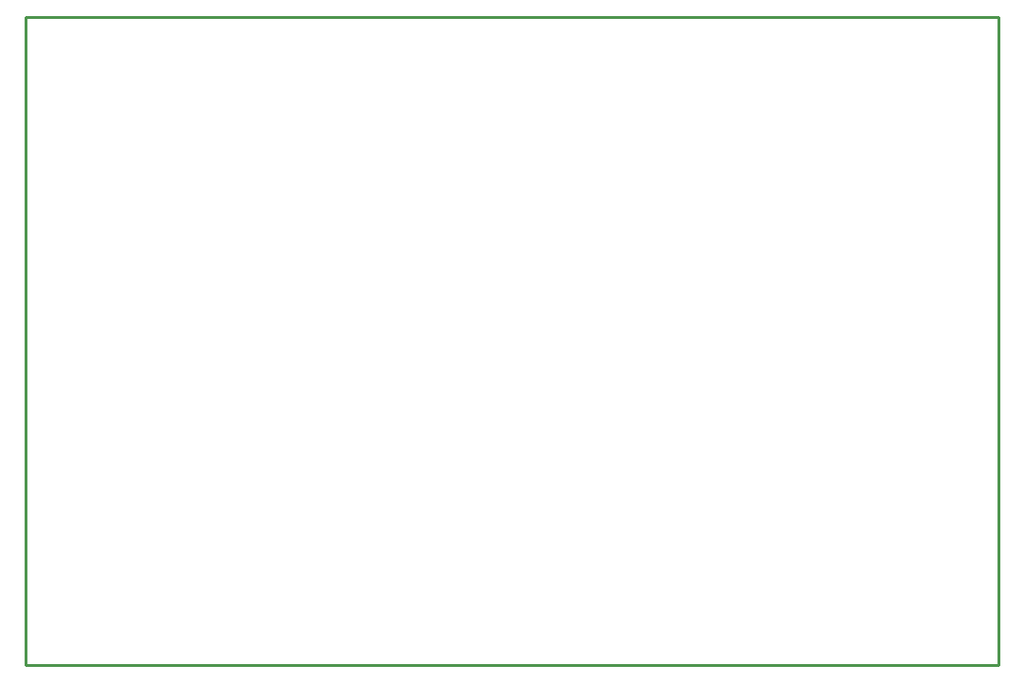
<source format=gko>
G04 Layer: BoardOutlineLayer*
G04 EasyEDA v6.5.22, 2023-03-10 16:28:45*
G04 028e3914a6f949ed9ca799ef75e4ed4f,10*
G04 Gerber Generator version 0.2*
G04 Scale: 100 percent, Rotated: No, Reflected: No *
G04 Dimensions in millimeters *
G04 leading zeros omitted , absolute positions ,4 integer and 5 decimal *
%FSLAX45Y45*%
%MOMM*%

%ADD10C,0.2540*%
D10*
X699998Y8499983D02*
G01*
X9399981Y8499983D01*
X9399981Y2699994D01*
X699998Y2699994D01*
X699998Y8499983D01*

%LPD*%
M02*

</source>
